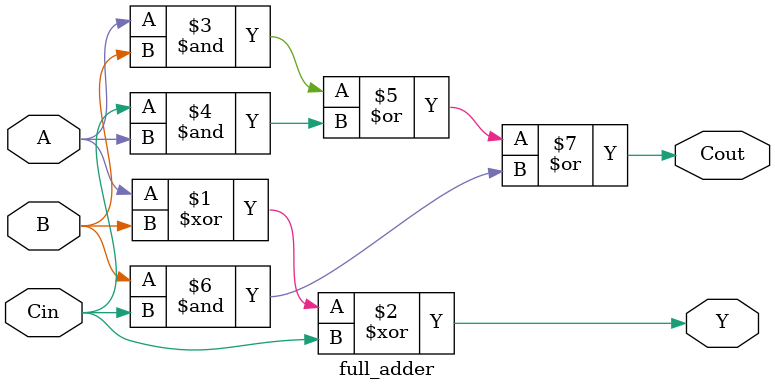
<source format=v>
module full_adder(
    input A, B, Cin,
    output Y, Cout
);

    assign Y = A ^ B ^ Cin;
    assign Cout = A & B | Cin & A | B & Cin;
endmodule

</source>
